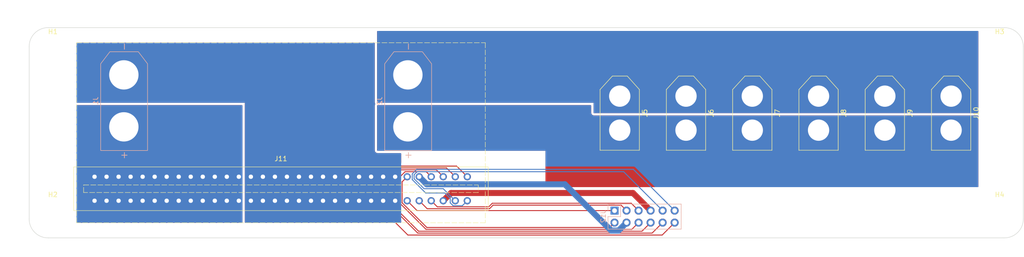
<source format=kicad_pcb>
(kicad_pcb (version 20241229) (generator "pcbnew") (generator_version "9.0")
  (layers (0 "F.Cu" signal) (2 "B.Cu" signal) (13 "F.Paste" user) (15 "B.Paste" user) (5 "F.SilkS" user "F.Silkscreen") (7 "B.SilkS" user "B.Silkscreen") (1 "F.Mask" user) (3 "B.Mask" user) (25 "Edge.Cuts" user))
  (net 0 "")
  (net 1 "/backplane/GND_{PSU}")
  (net 2 "/backplane/+12V_{PSU}")
  (net 3 "/backplane/GND_{BUS}")
  (net 4 "/backplane/+12V_{BUS}")
  (net 5 "/backplane/psu/GNDS")
  (net 6 "/backplane/psu/+12V_{SB}")
  (net 7 "/backplane/psu/PSOK")
  (net 8 "/backplane/psu/SCL")
  (net 9 "/backplane/psu/ADR2")
  (net 10 "/backplane/psu/ADR3")
  (net 11 "/backplane/psu/IMON")
  (net 12 "/backplane/psu/EN")
  (net 13 "/backplane/psu/SDA")
  (net 14 "/backplane/psu/INT")
  (net 15 "/backplane/psu/PRE")
  (net 16 "/backplane/psu/ADR1")
  (footprint "PCM_kikit:Board" (layer "F.Cu") (at 48.5 20)
    (property "Reference" "B1")
    (property "Value" "backplane")
  )
  (footprint "Connector_AMASS:AMASS_XT60-F_1x02_P7.20mm_Vertical" (layer "F.Cu") (at 196.25 34.5 -90)
    (property "Reference" "J7" (at 3.6 -5.3 90) (layer "F.SilkS"))
    (property "Value" "XT60-F")
    (fp_line (start -1.4 4.15) (end 11.45 4.15) (stroke (width 0.12)) (layer "F.SilkS"))
    (fp_line (start 11.45 4.15) (end 11.45 -4.15) (stroke (width 0.12)) (layer "F.SilkS"))
    (fp_line (start -4.25 1.55) (end -1.4 4.15) (stroke (width 0.12)) (layer "F.SilkS"))
    (fp_line (start -4.25 -1.6) (end -4.25 1.55) (stroke (width 0.12)) (layer "F.SilkS"))
    (fp_line (start -1.4 -4.15) (end -4.25 -1.6) (stroke (width 0.12)) (layer "F.SilkS"))
    (fp_line (start 11.45 -4.15) (end -1.4 -4.15) (stroke (width 0.12)) (layer "F.SilkS"))
    (pad "1" thru_hole roundrect (at 0 0 270) (size 6 6) (drill 4.5) (layers "*.Cu" "*.Mask") (net 3 "/backplane/GND_{BUS}"))
    (pad "2" thru_hole circle (at 7.2 0 270) (size 6 6) (drill 4.5) (layers "*.Cu" "*.Mask") (net 4 "/backplane/+12V_{BUS}"))
  )
  (footprint "Connector_AMASS:AMASS_XT60-F_1x02_P7.20mm_Vertical" (layer "F.Cu") (at 210.25 34.5 -90)
    (property "Reference" "J8" (at 3.6 -5.3 90) (layer "F.SilkS"))
    (property "Value" "XT60-F")
    (fp_line (start -1.4 4.15) (end 11.45 4.15) (stroke (width 0.12)) (layer "F.SilkS"))
    (fp_line (start 11.45 4.15) (end 11.45 -4.15) (stroke (width 0.12)) (layer "F.SilkS"))
    (fp_line (start -4.25 1.55) (end -1.4 4.15) (stroke (width 0.12)) (layer "F.SilkS"))
    (fp_line (start -4.25 -1.6) (end -4.25 1.55) (stroke (width 0.12)) (layer "F.SilkS"))
    (fp_line (start -1.4 -4.15) (end -4.25 -1.6) (stroke (width 0.12)) (layer "F.SilkS"))
    (fp_line (start 11.45 -4.15) (end -1.4 -4.15) (stroke (width 0.12)) (layer "F.SilkS"))
    (pad "1" thru_hole roundrect (at 0 0 270) (size 6 6) (drill 4.5) (layers "*.Cu" "*.Mask") (net 3 "/backplane/GND_{BUS}"))
    (pad "2" thru_hole circle (at 7.2 0 270) (size 6 6) (drill 4.5) (layers "*.Cu" "*.Mask") (net 4 "/backplane/+12V_{BUS}"))
  )
  (footprint "MountingHole:MountingHole_3.2mm_M3" (layer "F.Cu") (at 248.5 59.5)
    (property "Reference" "H4" (at 0 -4.15 0) (layer "F.SilkS"))
    (property "Value" "MountingHole")
    (pad "" np_thru_hole circle (at 0 0) (size 3.2 3.2) (drill 3.2) (layers "*.Cu" "*.Mask"))
  )
  (footprint "Connector_AMASS:AMASS_XT60-F_1x02_P7.20mm_Vertical" (layer "F.Cu") (at 224.25 34.5 -90)
    (property "Reference" "J9" (at 3.6 -5.3 90) (layer "F.SilkS"))
    (property "Value" "XT60-F")
    (fp_line (start -1.4 4.15) (end 11.45 4.15) (stroke (width 0.12)) (layer "F.SilkS"))
    (fp_line (start 11.45 4.15) (end 11.45 -4.15) (stroke (width 0.12)) (layer "F.SilkS"))
    (fp_line (start -4.25 1.55) (end -1.4 4.15) (stroke (width 0.12)) (layer "F.SilkS"))
    (fp_line (start -4.25 -1.6) (end -4.25 1.55) (stroke (width 0.12)) (layer "F.SilkS"))
    (fp_line (start -1.4 -4.15) (end -4.25 -1.6) (stroke (width 0.12)) (layer "F.SilkS"))
    (fp_line (start 11.45 -4.15) (end -1.4 -4.15) (stroke (width 0.12)) (layer "F.SilkS"))
    (pad "1" thru_hole roundrect (at 0 0 270) (size 6 6) (drill 4.5) (layers "*.Cu" "*.Mask") (net 3 "/backplane/GND_{BUS}"))
    (pad "2" thru_hole circle (at 7.2 0 270) (size 6 6) (drill 4.5) (layers "*.Cu" "*.Mask") (net 4 "/backplane/+12V_{BUS}"))
  )
  (footprint "MountingHole:MountingHole_3.2mm_M3" (layer "F.Cu") (at 48.5 59.5)
    (property "Reference" "H2" (at 0 -4.15 0) (layer "F.SilkS"))
    (property "Value" "MountingHole")
    (pad "" np_thru_hole circle (at 0 0) (size 3.2 3.2) (drill 3.2) (layers "*.Cu" "*.Mask"))
  )
  (footprint "MountingHole:MountingHole_3.2mm_M3" (layer "F.Cu") (at 48.5 25)
    (property "Reference" "H1" (at 0 -4.15 0) (layer "F.SilkS"))
    (property "Value" "MountingHole")
    (pad "" np_thru_hole circle (at 0 0) (size 3.2 3.2) (drill 3.2) (layers "*.Cu" "*.Mask"))
  )
  (footprint "MountingHole:MountingHole_3.2mm_M3" (layer "F.Cu") (at 248.5 25)
    (property "Reference" "H3" (at 0 -4.15 0) (layer "F.SilkS"))
    (property "Value" "MountingHole")
    (pad "" np_thru_hole circle (at 0 0) (size 3.2 3.2) (drill 3.2) (layers "*.Cu" "*.Mask"))
  )
  (footprint "Connector_AMASS:AMASS_XT60-F_1x02_P7.20mm_Vertical" (layer "F.Cu") (at 182.25 34.5 -90)
    (property "Reference" "J6" (at 3.6 -5.3 90) (layer "F.SilkS"))
    (property "Value" "XT60-F")
    (fp_line (start -1.4 4.15) (end 11.45 4.15) (stroke (width 0.12)) (layer "F.SilkS"))
    (fp_line (start 11.45 4.15) (end 11.45 -4.15) (stroke (width 0.12)) (layer "F.SilkS"))
    (fp_line (start -4.25 1.55) (end -1.4 4.15) (stroke (width 0.12)) (layer "F.SilkS"))
    (fp_line (start -4.25 -1.6) (end -4.25 1.55) (stroke (width 0.12)) (layer "F.SilkS"))
    (fp_line (start -1.4 -4.15) (end -4.25 -1.6) (stroke (width 0.12)) (layer "F.SilkS"))
    (fp_line (start 11.45 -4.15) (end -1.4 -4.15) (stroke (width 0.12)) (layer "F.SilkS"))
    (pad "1" thru_hole roundrect (at 0 0 270) (size 6 6) (drill 4.5) (layers "*.Cu" "*.Mask") (net 3 "/backplane/GND_{BUS}"))
    (pad "2" thru_hole circle (at 7.2 0 270) (size 6 6) (drill 4.5) (layers "*.Cu" "*.Mask") (net 4 "/backplane/+12V_{BUS}"))
  )
  (footprint "Connector_AMASS:AMASS_XT60-F_1x02_P7.20mm_Vertical" (layer "F.Cu") (at 168.25 34.5 -90)
    (property "Reference" "J5" (at 3.6 -5.3 90) (layer "F.SilkS"))
    (property "Value" "XT60-F")
    (fp_line (start -1.4 4.15) (end 11.45 4.15) (stroke (width 0.12)) (layer "F.SilkS"))
    (fp_line (start 11.45 4.15) (end 11.45 -4.15) (stroke (width 0.12)) (layer "F.SilkS"))
    (fp_line (start -4.25 1.55) (end -1.4 4.15) (stroke (width 0.12)) (layer "F.SilkS"))
    (fp_line (start -4.25 -1.6) (end -4.25 1.55) (stroke (width 0.12)) (layer "F.SilkS"))
    (fp_line (start -1.4 -4.15) (end -4.25 -1.6) (stroke (width 0.12)) (layer "F.SilkS"))
    (fp_line (start 11.45 -4.15) (end -1.4 -4.15) (stroke (width 0.12)) (layer "F.SilkS"))
    (pad "1" thru_hole roundrect (at 0 0 270) (size 6 6) (drill 4.5) (layers "*.Cu" "*.Mask") (net 3 "/backplane/GND_{BUS}"))
    (pad "2" thru_hole circle (at 7.2 0 270) (size 6 6) (drill 4.5) (layers "*.Cu" "*.Mask") (net 4 "/backplane/+12V_{BUS}"))
  )
  (footprint "Connector_WingTAT:WingTAT_S-64M-2.54-5" (layer "F.Cu") (at 96.68 54.1)
    (property "Reference" "J11" (at 0 -6.35 0) (layer "F.SilkS"))
    (property "Value" "~")
    (fp_rect (start -43.7875 -4.625) (end 43.7875 4.625) (stroke (width 0.1)) (fill no) (layer "F.SilkS"))
    (pad "1" thru_hole rect (at -39.37 2.54) (size 1.524 1.524) (drill 0.9145) (layers "*.Cu" "*.Mask") (net 2 "/backplane/+12V_{PSU}"))
    (pad "2" thru_hole circle (at -36.83 2.54) (size 1.524 1.524) (drill 0.9145) (layers "*.Cu" "*.Mask") (net 2 "/backplane/+12V_{PSU}"))
    (pad "3" thru_hole circle (at -34.29 2.54) (size 1.524 1.524) (drill 0.9145) (layers "*.Cu" "*.Mask") (net 2 "/backplane/+12V_{PSU}"))
    (pad "4" thru_hole circle (at -31.75 2.54) (size 1.524 1.524) (drill 0.9145) (layers "*.Cu" "*.Mask") (net 2 "/backplane/+12V_{PSU}"))
    (pad "5" thru_hole circle (at -29.21 2.54) (size 1.524 1.524) (drill 0.9145) (layers "*.Cu" "*.Mask") (net 2 "/backplane/+12V_{PSU}"))
    (pad "6" thru_hole circle (at -26.67 2.54) (size 1.524 1.524) (drill 0.9145) (layers "*.Cu" "*.Mask") (net 2 "/backplane/+12V_{PSU}"))
    (pad "7" thru_hole circle (at -24.13 2.54) (size 1.524 1.524) (drill 0.9145) (layers "*.Cu" "*.Mask") (net 2 "/backplane/+12V_{PSU}"))
    (pad "8" thru_hole circle (at -21.59 2.54) (size 1.524 1.524) (drill 0.9145) (layers "*.Cu" "*.Mask") (net 2 "/backplane/+12V_{PSU}"))
    (pad "9" thru_hole circle (at -19.05 2.54) (size 1.524 1.524) (drill 0.9145) (layers "*.Cu" "*.Mask") (net 2 "/backplane/+12V_{PSU}"))
    (pad "10" thru_hole circle (at -16.51 2.54) (size 1.524 1.524) (drill 0.9145) (layers "*.Cu" "*.Mask") (net 2 "/backplane/+12V_{PSU}"))
    (pad "11" thru_hole circle (at -13.97 2.54) (size 1.524 1.524) (drill 0.9145) (layers "*.Cu" "*.Mask") (net 2 "/backplane/+12V_{PSU}"))
    (pad "12" thru_hole circle (at -11.43 2.54) (size 1.524 1.524) (drill 0.9145) (layers "*.Cu" "*.Mask") (net 2 "/backplane/+12V_{PSU}"))
    (pad "13" thru_hole circle (at -8.89 2.54) (size 1.524 1.524) (drill 0.9145) (layers "*.Cu" "*.Mask") (net 2 "/backplane/+12V_{PSU}"))
    (pad "14" thru_hole circle (at -6.35 2.54) (size 1.524 1.524) (drill 0.9145) (layers "*.Cu" "*.Mask") (net 1 "/backplane/GND_{PSU}"))
    (pad "15" thru_hole circle (at -3.81 2.54) (size 1.524 1.524) (drill 0.9145) (layers "*.Cu" "*.Mask") (net 1 "/backplane/GND_{PSU}"))
    (pad "16" thru_hole circle (at -1.27 2.54) (size 1.524 1.524) (drill 0.9145) (layers "*.Cu" "*.Mask") (net 1 "/backplane/GND_{PSU}"))
    (pad "17" thru_hole circle (at 1.27 2.54) (size 1.524 1.524) (drill 0.9145) (layers "*.Cu" "*.Mask") (net 1 "/backplane/GND_{PSU}"))
    (pad "18" thru_hole circle (at 3.81 2.54) (size 1.524 1.524) (drill 0.9145) (layers "*.Cu" "*.Mask") (net 1 "/backplane/GND_{PSU}"))
    (pad "19" thru_hole circle (at 6.35 2.54) (size 1.524 1.524) (drill 0.9145) (layers "*.Cu" "*.Mask") (net 1 "/backplane/GND_{PSU}"))
    (pad "20" thru_hole circle (at 8.89 2.54) (size 1.524 1.524) (drill 0.9145) (layers "*.Cu" "*.Mask") (net 1 "/backplane/GND_{PSU}"))
    (pad "21" thru_hole circle (at 11.43 2.54) (size 1.524 1.524) (drill 0.9145) (layers "*.Cu" "*.Mask") (net 1 "/backplane/GND_{PSU}"))
    (pad "22" thru_hole circle (at 13.97 2.54) (size 1.524 1.524) (drill 0.9145) (layers "*.Cu" "*.Mask") (net 1 "/backplane/GND_{PSU}"))
    (pad "23" thru_hole circle (at 16.51 2.54) (size 1.524 1.524) (drill 0.9145) (layers "*.Cu" "*.Mask") (net 1 "/backplane/GND_{PSU}"))
    (pad "24" thru_hole circle (at 19.05 2.54) (size 1.524 1.524) (drill 0.9145) (layers "*.Cu" "*.Mask") (net 1 "/backplane/GND_{PSU}"))
    (pad "25" thru_hole circle (at 21.59 2.54) (size 1.524 1.524) (drill 0.9145) (layers "*.Cu" "*.Mask") (net 1 "/backplane/GND_{PSU}"))
    (pad "26" thru_hole circle (at 24.13 2.54) (size 1.524 1.524) (drill 0.9145) (layers "*.Cu" "*.Mask") (net 1 "/backplane/GND_{PSU}"))
    (pad "27" thru_hole circle (at 26.67 2.54) (size 1.524 1.524) (drill 0.9145) (layers "*.Cu" "*.Mask") (net 16 "/backplane/psu/ADR1"))
    (pad "28" thru_hole circle (at 29.21 2.54) (size 1.524 1.524) (drill 0.9145) (layers "*.Cu" "*.Mask") (net 9 "/backplane/psu/ADR2"))
    (pad "29" thru_hole circle (at 31.75 2.54) (size 1.524 1.524) (drill 0.9145) (layers "*.Cu" "*.Mask") (net 10 "/backplane/psu/ADR3"))
    (pad "30" thru_hole circle (at 34.29 2.54) (size 1.524 1.524) (drill 0.9145) (layers "*.Cu" "*.Mask") (net 5 "/backplane/psu/GNDS"))
    (pad "31" thru_hole circle (at 36.83 2.54) (size 1.524 1.524) (drill 0.9145) (layers "*.Cu" "*.Mask") (net 8 "/backplane/psu/SCL"))
    (pad "32" thru_hole circle (at 39.37 2.54) (size 1.524 1.524) (drill 0.9145) (layers "*.Cu" "*.Mask") (net 13 "/backplane/psu/SDA"))
    (pad "33" thru_hole circle (at 39.37 -2.54) (size 1.524 1.524) (drill 0.9145) (layers "*.Cu" "*.Mask") (net 12 "/backplane/psu/EN"))
    (pad "34" thru_hole circle (at 36.83 -2.54) (size 1.524 1.524) (drill 0.9145) (layers "*.Cu" "*.Mask") (net 11 "/backplane/psu/IMON"))
    (pad "35" thru_hole circle (at 34.29 -2.54) (size 1.524 1.524) (drill 0.9145) (layers "*.Cu" "*.Mask") (net 7 "/backplane/psu/PSOK"))
    (pad "36" thru_hole circle (at 31.75 -2.54) (size 1.524 1.524) (drill 0.9145) (layers "*.Cu" "*.Mask") (net 15 "/backplane/psu/PRE"))
    (pad "37" thru_hole circle (at 29.21 -2.54) (size 1.524 1.524) (drill 0.9145) (layers "*.Cu" "*.Mask") (net 6 "/backplane/psu/+12V_{SB}"))
    (pad "38" thru_hole circle (at 26.67 -2.54) (size 1.524 1.524) (drill 0.9145) (layers "*.Cu" "*.Mask") (net 14 "/backplane/psu/INT"))
    (pad "39" thru_hole circle (at 24.13 -2.54) (size 1.524 1.524) (drill 0.9145) (layers "*.Cu" "*.Mask") (net 1 "/backplane/GND_{PSU}"))
    (pad "40" thru_hole circle (at 21.59 -2.54) (size 1.524 1.524) (drill 0.9145) (layers "*.Cu" "*.Mask") (net 1 "/backplane/GND_{PSU}"))
    (pad "41" thru_hole circle (at 19.05 -2.54) (size 1.524 1.524) (drill 0.9145) (layers "*.Cu" "*.Mask") (net 1 "/backplane/GND_{PSU}"))
    (pad "42" thru_hole circle (at 16.51 -2.54) (size 1.524 1.524) (drill 0.9145) (layers "*.Cu" "*.Mask") (net 1 "/backplane/GND_{PSU}"))
    (pad "43" thru_hole circle (at 13.97 -2.54) (size 1.524 1.524) (drill 0.9145) (layers "*.Cu" "*.Mask") (net 1 "/backplane/GND_{PSU}"))
    (pad "44" thru_hole circle (at 11.43 -2.54) (size 1.524 1.524) (drill 0.9145) (layers "*.Cu" "*.Mask") (net 1 "/backplane/GND_{PSU}"))
    (pad "45" thru_hole circle (at 8.89 -2.54) (size 1.524 1.524) (drill 0.9145) (layers "*.Cu" "*.Mask") (net 1 "/backplane/GND_{PSU}"))
    (pad "46" thru_hole circle (at 6.35 -2.54) (size 1.524 1.524) (drill 0.9145) (layers "*.Cu" "*.Mask") (net 1 "/backplane/GND_{PSU}"))
    (pad "47" thru_hole circle (at 3.81 -2.54) (size 1.524 1.524) (drill 0.9145) (layers "*.Cu" "*.Mask") (net 1 "/backplane/GND_{PSU}"))
    (pad "48" thru_hole circle (at 1.27 -2.54) (size 1.524 1.524) (drill 0.9145) (layers "*.Cu" "*.Mask") (net 1 "/backplane/GND_{PSU}"))
    (pad "49" thru_hole circle (at -1.27 -2.54) (size 1.524 1.524) (drill 0.9145) (layers "*.Cu" "*.Mask") (net 1 "/backplane/GND_{PSU}"))
    (pad "50" thru_hole circle (at -3.81 -2.54) (size 1.524 1.524) (drill 0.9145) (layers "*.Cu" "*.Mask") (net 1 "/backplane/GND_{PSU}"))
    (pad "51" thru_hole circle (at -6.35 -2.54) (size 1.524 1.524) (drill 0.9145) (layers "*.Cu" "*.Mask") (net 1 "/backplane/GND_{PSU}"))
    (pad "52" thru_hole circle (at -8.89 -2.54) (size 1.524 1.524) (drill 0.9145) (layers "*.Cu" "*.Mask") (net 2 "/backplane/+12V_{PSU}"))
    (pad "53" thru_hole circle (at -11.43 -2.54) (size 1.524 1.524) (drill 0.9145) (layers "*.Cu" "*.Mask") (net 2 "/backplane/+12V_{PSU}"))
    (pad "54" thru_hole circle (at -13.97 -2.54) (size 1.524 1.524) (drill 0.9145) (layers "*.Cu" "*.Mask") (net 2 "/backplane/+12V_{PSU}"))
    (pad "55" thru_hole circle (at -16.51 -2.54) (size 1.524 1.524) (drill 0.9145) (layers "*.Cu" "*.Mask") (net 2 "/backplane/+12V_{PSU}"))
    (pad "56" thru_hole circle (at -19.05 -2.54) (size 1.524 1.524) (drill 0.9145) (layers "*.Cu" "*.Mask") (net 2 "/backplane/+12V_{PSU}"))
    (pad "57" thru_hole circle (at -21.59 -2.54) (size 1.524 1.524) (drill 0.9145) (layers "*.Cu" "*.Mask") (net 2 "/backplane/+12V_{PSU}"))
    (pad "58" thru_hole circle (at -24.13 -2.54) (size 1.524 1.524) (drill 0.9145) (layers "*.Cu" "*.Mask") (net 2 "/backplane/+12V_{PSU}"))
    (pad "59" thru_hole circle (at -26.67 -2.54) (size 1.524 1.524) (drill 0.9145) (layers "*.Cu" "*.Mask") (net 2 "/backplane/+12V_{PSU}"))
    (pad "60" thru_hole circle (at -29.21 -2.54) (size 1.524 1.524) (drill 0.9145) (layers "*.Cu" "*.Mask") (net 2 "/backplane/+12V_{PSU}"))
    (pad "61" thru_hole circle (at -31.75 -2.54) (size 1.524 1.524) (drill 0.9145) (layers "*.Cu" "*.Mask") (net 2 "/backplane/+12V_{PSU}"))
    (pad "62" thru_hole circle (at -34.29 -2.54) (size 1.524 1.524) (drill 0.9145) (layers "*.Cu" "*.Mask") (net 2 "/backplane/+12V_{PSU}"))
    (pad "63" thru_hole circle (at -36.83 -2.54) (size 1.524 1.524) (drill 0.9145) (layers "*.Cu" "*.Mask") (net 2 "/backplane/+12V_{PSU}"))
    (pad "64" thru_hole circle (at -39.37 -2.54) (size 1.524 1.524) (drill 0.9145) (layers "*.Cu" "*.Mask") (net 2 "/backplane/+12V_{PSU}"))
  )
  (footprint "Connector_AMASS:AMASS_XT60-F_1x02_P7.20mm_Vertical" (layer "F.Cu") (at 238.25 34.5 -90)
    (property "Reference" "J10" (at 3.6 -5.3 90) (layer "F.SilkS"))
    (property "Value" "XT60-F")
    (fp_line (start -1.4 4.15) (end 11.45 4.15) (stroke (width 0.12)) (layer "F.SilkS"))
    (fp_line (start 11.45 4.15) (end 11.45 -4.15) (stroke (width 0.12)) (layer "F.SilkS"))
    (fp_line (start -4.25 1.55) (end -1.4 4.15) (stroke (width 0.12)) (layer "F.SilkS"))
    (fp_line (start -4.25 -1.6) (end -4.25 1.55) (stroke (width 0.12)) (layer "F.SilkS"))
    (fp_line (start -1.4 -4.15) (end -4.25 -1.6) (stroke (width 0.12)) (layer "F.SilkS"))
    (fp_line (start 11.45 -4.15) (end -1.4 -4.15) (stroke (width 0.12)) (layer "F.SilkS"))
    (pad "1" thru_hole roundrect (at 0 0 270) (size 6 6) (drill 4.5) (layers "*.Cu" "*.Mask") (net 3 "/backplane/GND_{BUS}"))
    (pad "2" thru_hole circle (at 7.2 0 270) (size 6 6) (drill 4.5) (layers "*.Cu" "*.Mask") (net 4 "/backplane/+12V_{BUS}"))
  )
  (footprint "Connector_PinHeader_2.54mm:PinHeader_2x06_P2.54mm_Vertical" (layer "B.Cu") (at 167.15 58.725 -90)
    (property "Reference" "J12" (at 1.27 2.38 90) (layer "B.SilkS") (effects (justify mirror)))
    (property "Value" "Conn_02x06_Odd_Even")
    (fp_line (start -1.38 1.38) (end 0 1.38) (stroke (width 0.12)) (layer "B.SilkS"))
    (fp_line (start 1.27 1.38) (end 3.92 1.38) (stroke (width 0.12)) (layer "B.SilkS"))
    (fp_line (start 3.92 1.38) (end 3.92 -14.08) (stroke (width 0.12)) (layer "B.SilkS"))
    (fp_line (start -1.38 0) (end -1.38 1.38) (stroke (width 0.12)) (layer "B.SilkS"))
    (fp_line (start -1.38 -1.27) (end 1.27 -1.27) (stroke (width 0.12)) (layer "B.SilkS"))
    (fp_line (start -1.38 -1.27) (end -1.38 -14.08) (stroke (width 0.12)) (layer "B.SilkS"))
    (fp_line (start 1.27 -1.27) (end 1.27 1.38) (stroke (width 0.12)) (layer "B.SilkS"))
    (fp_line (start -1.38 -14.08) (end 3.92 -14.08) (stroke (width 0.12)) (layer "B.SilkS"))
    (pad "1" thru_hole rect (at 0 0 270) (size 1.7 1.7) (drill 1) (layers "*.Cu" "*.Mask") (net 16 "/backplane/psu/ADR1"))
    (pad "2" thru_hole circle (at 2.54 0 270) (size 1.7 1.7) (drill 1) (layers "*.Cu" "*.Mask") (net 14 "/backplane/psu/INT"))
    (pad "3" thru_hole circle (at 0 -2.54 270) (size 1.7 1.7) (drill 1) (layers "*.Cu" "*.Mask") (net 9 "/backplane/psu/ADR2"))
    (pad "4" thru_hole circle (at 2.54 -2.54 270) (size 1.7 1.7) (drill 1) (layers "*.Cu" "*.Mask") (net 6 "/backplane/psu/+12V_{SB}"))
    (pad "5" thru_hole circle (at 0 -5.08 270) (size 1.7 1.7) (drill 1) (layers "*.Cu" "*.Mask") (net 10 "/backplane/psu/ADR3"))
    (pad "6" thru_hole circle (at 2.54 -5.08 270) (size 1.7 1.7) (drill 1) (layers "*.Cu" "*.Mask") (net 15 "/backplane/psu/PRE"))
    (pad "7" thru_hole circle (at 0 -7.62 270) (size 1.7 1.7) (drill 1) (layers "*.Cu" "*.Mask") (net 5 "/backplane/psu/GNDS"))
    (pad "8" thru_hole circle (at 2.54 -7.62 270) (size 1.7 1.7) (drill 1) (layers "*.Cu" "*.Mask") (net 7 "/backplane/psu/PSOK"))
    (pad "9" thru_hole circle (at 0 -10.16 270) (size 1.7 1.7) (drill 1) (layers "*.Cu" "*.Mask") (net 8 "/backplane/psu/SCL"))
    (pad "10" thru_hole circle (at 2.54 -10.16 270) (size 1.7 1.7) (drill 1) (layers "*.Cu" "*.Mask") (net 11 "/backplane/psu/IMON"))
    (pad "11" thru_hole circle (at 0 -12.7 270) (size 1.7 1.7) (drill 1) (layers "*.Cu" "*.Mask") (net 13 "/backplane/psu/SDA"))
    (pad "12" thru_hole circle (at 2.54 -12.7 270) (size 1.7 1.7) (drill 1) (layers "*.Cu" "*.Mask") (net 12 "/backplane/psu/EN"))
  )
  (footprint "Connector_AMASS_XT90:AMASS_XT90H-M_1x02_P11.0mm_Vertical" (layer "B.Cu") (at 123.5 30 -90)
    (property "Reference" "J2" (at 5.5 5.95 90) (layer "B.SilkS") (effects (justify mirror)))
    (property "Value" "XT90-M")
    (fp_poly (pts (xy -2.35 -5.005658) (xy 16 -5.005658) (xy 16 4.894342) (xy -2.35 4.894342) (xy -4.9 2.944342) (xy -4.9 -3.055658)) (stroke (width 0.12)) (fill no) (layer "B.SilkS"))
    (fp_text user "+" (at 17 0 90) (layer "B.SilkS") (effects (font (size 1.5 1.5)) (justify mirror)))
    (fp_text user "-" (at -6 0 90) (layer "B.SilkS") (effects (font (size 1.5 1.5)) (justify mirror)))
    (pad "1" thru_hole roundrect (at 0 0 270) (size 8.2 8.2) (drill 6.2) (layers "*.Cu" "*.Mask") (net 3 "/backplane/GND_{BUS}"))
    (pad "2" thru_hole circle (at 11 0 270) (size 8.2 8.2) (drill 6.2) (layers "*.Cu" "*.Mask") (net 4 "/backplane/+12V_{BUS}"))
  )
  (footprint "Connector_AMASS_XT90:AMASS_XT90H-F_1x02_P11.0mm_Vertical" (layer "B.Cu") (at 63.5 30 -90)
    (property "Reference" "J1" (at 5.5 5.95 90) (layer "B.SilkS") (effects (justify mirror)))
    (property "Value" "XT90-F")
    (fp_poly (pts (xy -2.35 -5.005658) (xy 16 -5.005658) (xy 16 4.894342) (xy -2.35 4.894342) (xy -4.9 2.944342) (xy -4.9 -3.055658)) (stroke (width 0.12)) (fill no) (layer "B.SilkS"))
    (fp_text user "+" (at 17 0 90) (layer "B.SilkS") (effects (font (size 1.5 1.5)) (justify mirror)))
    (fp_text user "-" (at -6 0 90) (layer "B.SilkS") (effects (font (size 1.5 1.5)) (justify mirror)))
    (pad "1" thru_hole roundrect (at 0 0 270) (size 8.2 8.2) (drill 6.2) (layers "*.Cu" "*.Mask") (net 1 "/backplane/GND_{PSU}"))
    (pad "2" thru_hole circle (at 11 0 270) (size 8.2 8.2) (drill 6.2) (layers "*.Cu" "*.Mask") (net 2 "/backplane/+12V_{PSU}"))
  )
  (gr_rect (start 55 53.3) (end 138.36 54.9) (stroke (width 0.1) (type dash)) (fill no) (layer "F.SilkS"))
  (gr_rect (start 53.5 23.2) (end 139.86 61.3) (stroke (width 0.1) (type dash)) (fill no) (layer "F.SilkS"))
  (gr_arc (start 253.5 60.5) (mid 252.328427 63.328427) (end 249.5 64.5) (stroke (width 0.1)) (layer "Edge.Cuts"))
  (gr_line (start 43.5 60.5) (end 43.5 24) (stroke (width 0.1)) (layer "Edge.Cuts"))
  (gr_arc (start 249.5 20) (mid 252.328427 21.171572) (end 253.5 24) (stroke (width 0.1)) (layer "Edge.Cuts"))
  (gr_line (start 47.5 20) (end 249.5 20) (stroke (width 0.1)) (layer "Edge.Cuts"))
  (gr_arc (start 47.5 64.5) (mid 44.671572 63.328427) (end 43.5 60.5) (stroke (width 0.1)) (layer "Edge.Cuts"))
  (gr_line (start 253.5 24) (end 253.5 60.5) (stroke (width 0.1)) (layer "Edge.Cuts"))
  (gr_line (start 249.5 64.5) (end 47.5 64.5) (stroke (width 0.1)) (layer "Edge.Cuts"))
  (gr_arc (start 43.5 24) (mid 44.671572 21.171572) (end 47.5 20) (stroke (width 0.1)) (layer "Edge.Cuts"))
  (segment (start 171.045 55) (end 174.77 58.725) (width 1.27) (layer "F.Cu") (net 5))
  (segment (start 132.61 55) (end 171.045 55) (width 1.27) (layer "F.Cu") (net 5))
  (segment (start 130.97 56.64) (end 132.61 55) (width 1.27) (layer "F.Cu") (net 5))
  (segment (start 156.658635 53.158) (end 166.451635 62.951) (width 1.27) (layer "B.Cu") (net 6))
  (segment (start 168.004 62.951) (end 169.69 61.265) (width 1.27) (layer "B.Cu") (net 6))
  (segment (start 127.488 53.158) (end 156.658635 53.158) (width 1.27) (layer "B.Cu") (net 6))
  (segment (start 125.89 51.56) (end 127.488 53.158) (width 1.27) (layer "B.Cu") (net 6))
  (segment (start 166.451635 62.951) (end 168.004 62.951) (width 1.27) (layer "B.Cu") (net 6))
  (segment (start 119.747 51.11969) (end 120.77069 50.096) (width 0.2) (layer "F.Cu") (net 7))
  (segment (start 120.77069 50.096) (end 129.506 50.096) (width 0.2) (layer "F.Cu") (net 7))
  (segment (start 129.506 50.096) (end 130.97 51.56) (width 0.2) (layer "F.Cu") (net 7))
  (segment (start 174.77 61.265) (end 172.938 63.097) (width 0.2) (layer "F.Cu") (net 7))
  (segment (start 125.76369 63.097) (end 119.747 57.08031) (width 0.2) (layer "F.Cu") (net 7))
  (segment (start 119.747 57.08031) (end 119.747 51.11969) (width 0.2) (layer "F.Cu") (net 7))
  (segment (start 172.938 63.097) (end 125.76369 63.097) (width 0.2) (layer "F.Cu") (net 7))
  (segment (start 130.964 54.094) (end 126.92069 54.094) (width 0.2) (layer "B.Cu") (net 8))
  (segment (start 124.827 51.11969) (end 125.44969 50.497) (width 0.2) (layer "B.Cu") (net 8))
  (segment (start 125.44969 50.497) (end 169.082 50.497) (width 0.2) (layer "B.Cu") (net 8))
  (segment (start 126.92069 54.094) (end 124.827 52.00031) (width 0.2) (layer "B.Cu") (net 8))
  (segment (start 133.51 56.64) (end 130.964 54.094) (width 0.2) (layer "B.Cu") (net 8))
  (segment (start 169.082 50.497) (end 177.31 58.725) (width 0.2) (layer "B.Cu") (net 8))
  (segment (start 124.827 52.00031) (end 124.827 51.11969) (width 0.2) (layer "B.Cu") (net 8))
  (segment (start 141.4931 57.574) (end 168.539 57.574) (width 0.2) (layer "F.Cu") (net 9))
  (segment (start 127.574 58.324) (end 140.7431 58.324) (width 0.2) (layer "F.Cu") (net 9))
  (segment (start 140.7431 58.324) (end 141.4931 57.574) (width 0.2) (layer "F.Cu") (net 9))
  (segment (start 168.539 57.574) (end 169.69 58.725) (width 0.2) (layer "F.Cu") (net 9))
  (segment (start 125.89 56.64) (end 127.574 58.324) (width 0.2) (layer "F.Cu") (net 9))
  (segment (start 128.43 56.64) (end 129.713 57.923) (width 0.2) (layer "F.Cu") (net 10))
  (segment (start 170.678 57.173) (end 172.23 58.725) (width 0.2) (layer "F.Cu") (net 10))
  (segment (start 141.327 57.173) (end 170.678 57.173) (width 0.2) (layer "F.Cu") (net 10))
  (segment (start 140.577 57.923) (end 141.327 57.173) (width 0.2) (layer "F.Cu") (net 10))
  (segment (start 129.713 57.923) (end 140.577 57.923) (width 0.2) (layer "F.Cu") (net 10))
  (segment (start 120.60459 49.695) (end 131.645 49.695) (width 0.2) (layer "F.Cu") (net 11))
  (segment (start 175.077 63.498) (end 125.59759 63.498) (width 0.2) (layer "F.Cu") (net 11))
  (segment (start 131.645 49.695) (end 133.51 51.56) (width 0.2) (layer "F.Cu") (net 11))
  (segment (start 177.31 61.265) (end 175.077 63.498) (width 0.2) (layer "F.Cu") (net 11))
  (segment (start 119.346 50.95359) (end 120.60459 49.695) (width 0.2) (layer "F.Cu") (net 11))
  (segment (start 125.59759 63.498) (end 119.346 57.24641) (width 0.2) (layer "F.Cu") (net 11))
  (segment (start 119.346 57.24641) (end 119.346 50.95359) (width 0.2) (layer "F.Cu") (net 11))
  (segment (start 179.85 61.265) (end 177.216 63.899) (width 0.2) (layer "F.Cu") (net 12))
  (segment (start 117.207 51.11969) (end 119.03269 49.294) (width 0.2) (layer "F.Cu") (net 12))
  (segment (start 123.5 63.899) (end 117.207 57.606) (width 0.2) (layer "F.Cu") (net 12))
  (segment (start 119.03269 49.294) (end 133.784 49.294) (width 0.2) (layer "F.Cu") (net 12))
  (segment (start 133.784 49.294) (end 136.05 51.56) (width 0.2) (layer "F.Cu") (net 12))
  (segment (start 117.207 57.606) (end 117.207 51.11969) (width 0.2) (layer "F.Cu") (net 12))
  (segment (start 177.216 63.899) (end 123.5 63.899) (width 0.2) (layer "F.Cu") (net 12))
  (segment (start 124.426 52.16641) (end 124.426 50.95359) (width 0.2) (layer "B.Cu") (net 13))
  (segment (start 127.25959 55) (end 124.426 52.16641) (width 0.2) (layer "B.Cu") (net 13))
  (segment (start 131.3029 55) (end 127.25959 55) (width 0.2) (layer "B.Cu") (net 13))
  (segment (start 132.447 57.08031) (end 132.447 56.1441) (width 0.2) (layer "B.Cu") (net 13))
  (segment (start 132.447 56.1441) (end 131.3029 55) (width 0.2) (layer "B.Cu") (net 13))
  (segment (start 133.06969 57.703) (end 132.447 57.08031) (width 0.2) (layer "B.Cu") (net 13))
  (segment (start 171.125 50) (end 179.85 58.725) (width 0.2) (layer "B.Cu") (net 13))
  (segment (start 124.426 50.95359) (end 125.37959 50) (width 0.2) (layer "B.Cu") (net 13))
  (segment (start 134.987 57.703) (end 133.06969 57.703) (width 0.2) (layer "B.Cu") (net 13))
  (segment (start 125.37959 50) (end 171.125 50) (width 0.2) (layer "B.Cu") (net 13))
  (segment (start 136.05 56.64) (end 134.987 57.703) (width 0.2) (layer "B.Cu") (net 13))
  (segment (start 167.15 61.265) (end 166.12 62.295) (width 0.2) (layer "F.Cu") (net 14))
  (segment (start 166.12 62.295) (end 127.50169 62.295) (width 0.2) (layer "F.Cu") (net 14))
  (segment (start 122.287 57.08031) (end 122.287 52.623) (width 0.2) (layer "F.Cu") (net 14))
  (segment (start 127.50169 62.295) (end 122.287 57.08031) (width 0.2) (layer "F.Cu") (net 14))
  (segment (start 122.287 52.623) (end 123.35 51.56) (width 0.2) (layer "F.Cu") (net 14))
  (segment (start 172.23 61.265) (end 170.799 62.696) (width 0.2) (layer "F.Cu") (net 15))
  (segment (start 170.799 62.696) (end 127.33559 62.696) (width 0.2) (layer "F.Cu") (net 15))
  (segment (start 122.90969 50.497) (end 127.367 50.497) (width 0.2) (layer "F.Cu") (net 15))
  (segment (start 127.367 50.497) (end 128.43 51.56) (width 0.2) (layer "F.Cu") (net 15))
  (segment (start 121.886 51.52069) (end 122.90969 50.497) (width 0.2) (layer "F.Cu") (net 15))
  (segment (start 121.886 57.24641) (end 121.886 51.52069) (width 0.2) (layer "F.Cu") (net 15))
  (segment (start 127.33559 62.696) (end 121.886 57.24641) (width 0.2) (layer "F.Cu") (net 15))
  (segment (start 125.435 58.725) (end 167.15 58.725) (width 0.2) (layer "F.Cu") (net 16))
  (segment (start 123.35 56.64) (end 125.435 58.725) (width 0.2) (layer "F.Cu") (net 16))
  (zone (net 4) (net_name "/backplane/+12V_{BUS}") (layers "F.Cu" "B.Cu") (priority 2) (connect_pads yes (clearance 0.5)) (min_thickness 0.25) (fill yes (thermal_gap 0.5) (thermal_bridge_width 0.5))
    (polygon (pts (xy 117 46.06) (xy 152.56 46.06) (xy 152.56 53.76) (xy 244 53.76) (xy 244 38.1) (xy 162.72 38.1) (xy 162.72 35.9) (xy 117 35.9)))
  )
  (zone (net 1) (net_name "/backplane/GND_{PSU}") (layers "F.Cu" "B.Cu") (priority 1) (connect_pads yes (clearance 0.5)) (min_thickness 0.25) (fill yes (thermal_gap 0.5) (thermal_bridge_width 0.5))
    (polygon (pts (xy 89.06 61.3) (xy 122.08 61.3) (xy 122.08 46.06) (xy 117 46.06) (xy 117 23.2) (xy 53.5 23.2) (xy 53.5 35.9) (xy 89.06 35.9)))
  )
  (zone (net 2) (net_name "/backplane/+12V_{PSU}") (layers "F.Cu" "B.Cu") (connect_pads yes (clearance 0.5)) (min_thickness 0.25) (fill yes (thermal_gap 0.5) (thermal_bridge_width 0.5))
    (polygon (pts (xy 53.5 61.3) (xy 53.5 35.9) (xy 89.06 35.9) (xy 89.06 61.3)))
  )
  (zone (net 3) (net_name "/backplane/GND_{BUS}") (layers "F.Cu" "B.Cu") (priority 3) (connect_pads yes (clearance 0.5)) (min_thickness 0.25) (fill yes (thermal_gap 0.5) (thermal_bridge_width 0.5))
    (polygon (pts (xy 117 20.7) (xy 117 35.9) (xy 162.72 35.9) (xy 162.72 38.1) (xy 244 38.1) (xy 244 20.7)))
  )
)
</source>
